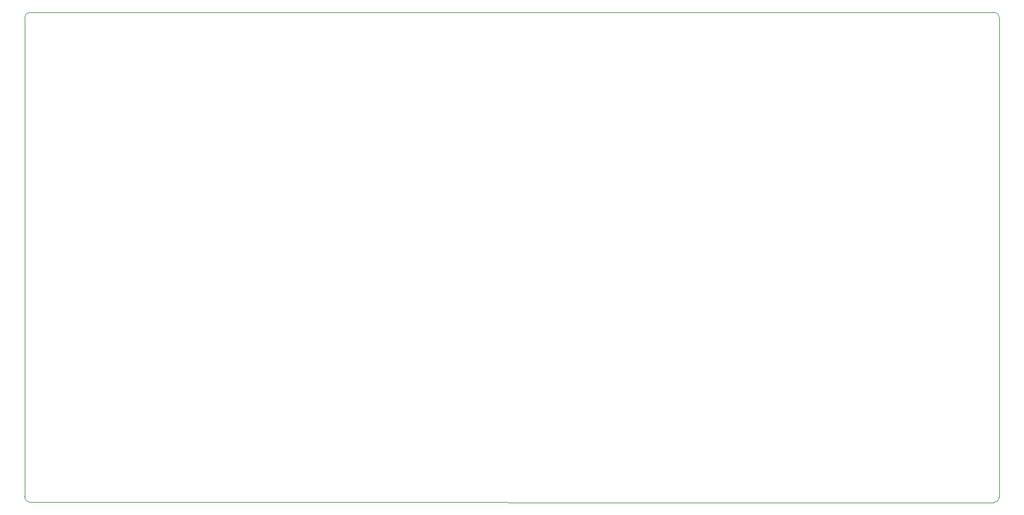
<source format=gbr>
%TF.GenerationSoftware,KiCad,Pcbnew,9.0.2*%
%TF.CreationDate,2025-11-07T18:09:28+05:30*%
%TF.ProjectId,v1,76312e6b-6963-4616-945f-706362585858,rev?*%
%TF.SameCoordinates,Original*%
%TF.FileFunction,Profile,NP*%
%FSLAX46Y46*%
G04 Gerber Fmt 4.6, Leading zero omitted, Abs format (unit mm)*
G04 Created by KiCad (PCBNEW 9.0.2) date 2025-11-07 18:09:28*
%MOMM*%
%LPD*%
G01*
G04 APERTURE LIST*
%TA.AperFunction,Profile*%
%ADD10C,0.050000*%
%TD*%
G04 APERTURE END LIST*
D10*
X181750000Y-57250000D02*
X181750000Y-123000000D01*
X181750000Y-123000000D02*
G75*
G02*
X181000000Y-123750000I-750000J0D01*
G01*
X49030330Y-56530331D02*
X181000000Y-56500000D01*
X181000000Y-123750000D02*
X49030300Y-123719670D01*
X49030330Y-123719670D02*
G75*
G02*
X48280330Y-122969670I-30J749970D01*
G01*
X181000000Y-56500000D02*
G75*
G02*
X181750000Y-57250000I0J-750000D01*
G01*
X48280330Y-122969670D02*
X48280330Y-57280300D01*
X48280330Y-57280330D02*
G75*
G02*
X49030330Y-56530330I749970J30D01*
G01*
M02*

</source>
